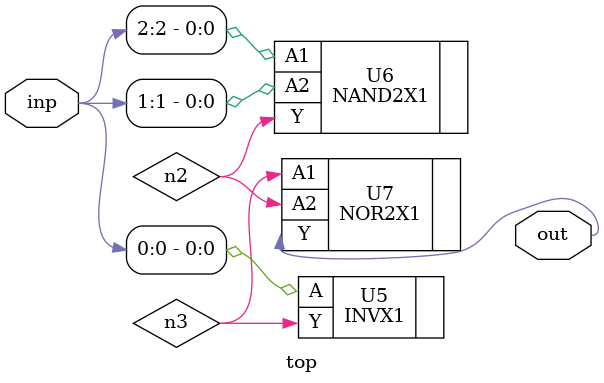
<source format=sv>


module top ( inp, out );
  input [2:0] inp;
  output out;
  wire   n2, n3;

  INVX1 U5 ( .A(inp[0]), .Y(n3) );
  NAND2X1 U6 ( .A1(inp[2]), .A2(inp[1]), .Y(n2) );
  NOR2X1 U7 ( .A1(n3), .A2(n2), .Y(out) );
endmodule


</source>
